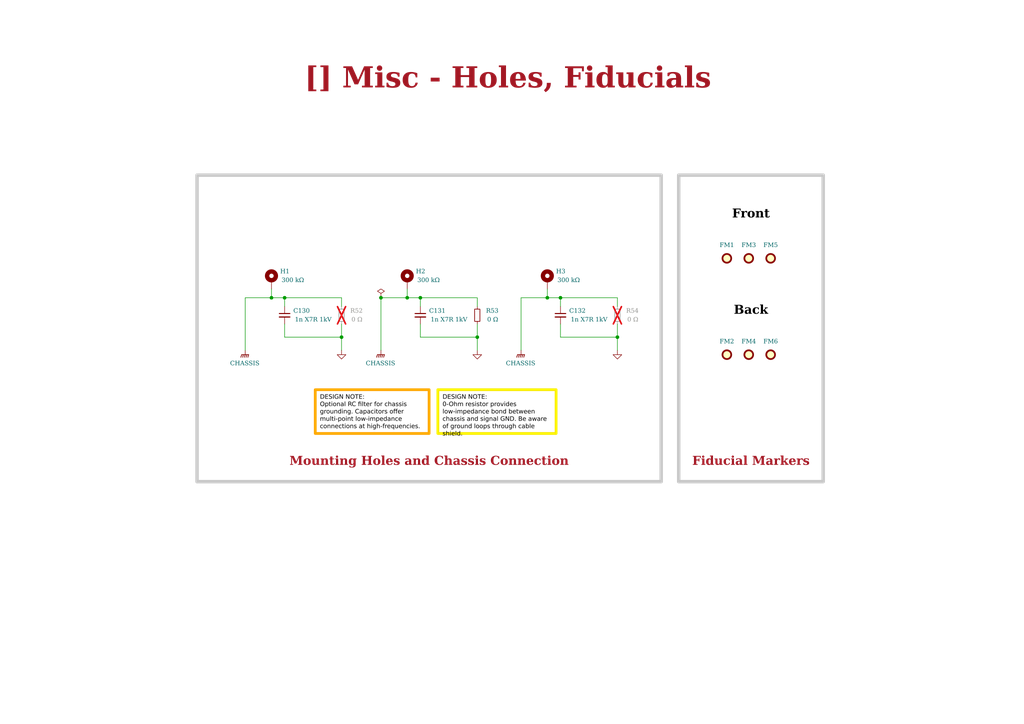
<source format=kicad_sch>
(kicad_sch (version 20231120) (generator "eeschema") (generator_version "8.0")
  (paper "A4")
  (title_block (title "Misc - Holes, Fiducials") (date "2023-10-22") (rev "${REVISION}") (company "${COMPANY}"))
  (lib_symbols
    (symbol "0_power_symbols:CHASSIS" (power) (pin_names (offset 0))
      (property "Value" "CHASSIS" (at 0 -3.302 0))
      (symbol "CHASSIS_0_1"
        (polyline (pts (xy 0 -1.27) (xy 0 0)))
        (polyline (pts (xy -1.016 -1.27) (xy -1.27 -2.032) (xy -1.27 -2.032)) (stroke (width 0.2032)))
        (polyline (pts (xy -0.508 -1.27) (xy -0.762 -2.032) (xy -0.762 -2.032)) (stroke (width 0.2032)))
        (polyline (pts (xy 0 -1.27) (xy -0.254 -2.032) (xy -0.254 -2.032)) (stroke (width 0.2032)))
        (polyline (pts (xy 0.508 -1.27) (xy 0.254 -2.032) (xy 0.254 -2.032)) (stroke (width 0.2032)))
        (polyline (pts (xy 1.016 -1.27) (xy -1.016 -1.27) (xy -1.016 -1.27)) (stroke (width 0.2032)))
        (polyline (pts (xy 1.016 -1.27) (xy 0.762 -2.032) (xy 0.762 -2.032) (xy 0.762 -2.032)) (stroke (width 0.2032)))
      )
      (symbol "CHASSIS_1_1"
        (pin power_in line (at 0 0 270) (length 0) hide (name "CHASSIS") (number "1"))
      )
    )
    (symbol "Device:C_Small" (pin_numbers hide) (pin_names (offset 0.254) hide)
      (property "Reference" "C" (at 0.254 1.778 0))
      (property "Value" "C_Small" (at 0.254 -2.032 0))
      (symbol "C_Small_0_1"
        (polyline (pts (xy -1.524 -0.508) (xy 1.524 -0.508)) (stroke (width 0.3302)))
        (polyline (pts (xy -1.524 0.508) (xy 1.524 0.508)) (stroke (width 0.3048)))
      )
      (symbol "C_Small_1_1"
        (pin passive line (at 0 2.54 270) (length 2.032) (name "~") (number "1"))
        (pin passive line (at 0 -2.54 90) (length 2.032) (name "~") (number "2"))
      )
    )
    (symbol "Device:R_Small" (pin_numbers hide) (pin_names (offset 0.254) hide)
      (property "Reference" "R" (at 0.762 0.508 0))
      (property "Value" "R_Small" (at 0.762 -1.016 0))
      (symbol "R_Small_0_1"
        (rectangle (start -0.762 1.778) (end 0.762 -1.778) (stroke (width 0.2032)))
      )
      (symbol "R_Small_1_1"
        (pin passive line (at 0 2.54 270) (length 0.762) (name "~") (number "1"))
        (pin passive line (at 0 -2.54 90) (length 0.762) (name "~") (number "2"))
      )
    )
    (symbol "Mechanical:Fiducial"
      (property "Reference" "FID" (at 0 5.08 0))
      (property "Value" "Fiducial" (at 0 3.175 0))
      (symbol "Fiducial_0_1"
        (circle (center 0 0) (radius 1.27) (stroke (width 0.508)) (fill (type background)))
      )
    )
    (symbol "Mechanical:MountingHole_Pad" (pin_numbers hide) (pin_names (offset 1.016) hide)
      (property "Reference" "H" (at 0 6.35 0))
      (property "Value" "MountingHole_Pad" (at 0 4.445 0))
      (symbol "MountingHole_Pad_0_1"
        (circle (center 0 1.27) (radius 1.27) (stroke (width 1.27)))
      )
      (symbol "MountingHole_Pad_1_1"
        (pin input line (at 0 -2.54 90) (length 2.54) (name "1") (number "1"))
      )
    )
    (symbol "power:GND" (power) (pin_names (offset 0))
      (property "Value" "GND" (at 0 -3.81 0))
      (symbol "GND_0_1"
        (polyline (pts (xy 0 0) (xy 0 -1.27) (xy 1.27 -1.27) (xy 0 -2.54) (xy -1.27 -1.27) (xy 0 -1.27)))
      )
      (symbol "GND_1_1"
        (pin power_in line (at 0 0 270) (length 0) hide (name "GND") (number "1"))
      )
    )
    (symbol "power:PWR_FLAG" (power) (pin_numbers hide) (pin_names (offset 0) hide)
      (property "Value" "PWR_FLAG" (at 0 3.81 0))
      (symbol "PWR_FLAG_0_0"
        (pin power_out line (at 0 0 90) (length 0) (name "pwr") (number "1"))
      )
      (symbol "PWR_FLAG_0_1"
        (polyline (pts (xy 0 0) (xy 0 1.27) (xy -1.016 1.905) (xy 0 2.54) (xy 1.016 1.905) (xy 0 1.27)))
      )
    )
  )
  (junction (at 110.49 86.36))
  (junction (at 158.75 86.36))
  (junction (at 78.74 86.36))
  (junction (at 138.43 97.79))
  (junction (at 118.11 86.36))
  (junction (at 99.06 97.79))
  (junction (at 82.55 86.36))
  (junction (at 162.56 86.36))
  (junction (at 121.92 86.36))
  (junction (at 179.07 97.79))
  (wire (pts (xy 78.74 86.36) (xy 82.55 86.36)))
  (wire (pts (xy 82.55 97.79) (xy 99.06 97.79)))
  (wire (pts (xy 99.06 97.79) (xy 99.06 93.98)))
  (wire (pts (xy 179.07 97.79) (xy 179.07 101.6)))
  (wire (pts (xy 162.56 86.36) (xy 162.56 88.9)))
  (wire (pts (xy 158.75 83.82) (xy 158.75 86.36)))
  (wire (pts (xy 151.13 86.36) (xy 158.75 86.36)))
  (wire (pts (xy 151.13 101.6) (xy 151.13 86.36)))
  (wire (pts (xy 138.43 86.36) (xy 138.43 88.9)))
  (wire (pts (xy 179.07 86.36) (xy 179.07 88.9)))
  (wire (pts (xy 82.55 93.98) (xy 82.55 97.79)))
  (wire (pts (xy 110.49 86.36) (xy 110.49 101.6)))
  (wire (pts (xy 121.92 86.36) (xy 138.43 86.36)))
  (wire (pts (xy 99.06 86.36) (xy 99.06 88.9)))
  (wire (pts (xy 71.12 86.36) (xy 78.74 86.36)))
  (wire (pts (xy 162.56 97.79) (xy 179.07 97.79)))
  (wire (pts (xy 158.75 86.36) (xy 162.56 86.36)))
  (wire (pts (xy 138.43 97.79) (xy 138.43 93.98)))
  (wire (pts (xy 118.11 86.36) (xy 121.92 86.36)))
  (wire (pts (xy 118.11 83.82) (xy 118.11 86.36)))
  (wire (pts (xy 121.92 93.98) (xy 121.92 97.79)))
  (wire (pts (xy 121.92 97.79) (xy 138.43 97.79)))
  (wire (pts (xy 78.74 83.82) (xy 78.74 86.36)))
  (wire (pts (xy 179.07 97.79) (xy 179.07 93.98)))
  (wire (pts (xy 162.56 86.36) (xy 179.07 86.36)))
  (wire (pts (xy 121.92 86.36) (xy 121.92 88.9)))
  (wire (pts (xy 162.56 93.98) (xy 162.56 97.79)))
  (wire (pts (xy 82.55 86.36) (xy 82.55 88.9)))
  (wire (pts (xy 82.55 86.36) (xy 99.06 86.36)))
  (wire (pts (xy 138.43 97.79) (xy 138.43 101.6)))
  (wire (pts (xy 99.06 97.79) (xy 99.06 101.6)))
  (wire (pts (xy 110.49 86.36) (xy 118.11 86.36)))
  (wire (pts (xy 71.12 101.6) (xy 71.12 86.36)))
  (rectangle (start 57.15 50.8) (end 191.77 139.7) (stroke (width 1) (color 200 200 200 1)))
  (rectangle (start 196.85 50.8) (end 238.76 139.7) (stroke (width 1) (color 200 200 200 1)))
  (text_box "Front" (at 198.12 55.88 0) (size 39.37 9.525) (stroke (width -0.0001)) (effects (font (size 2.54 2.54) (thickness 0.508) (bold yes)) (justify bottom)))
  (text_box "Back" (at 198.12 83.82 0) (size 39.37 9.525) (stroke (width -0.0001)) (effects (font (size 2.54 2.54) (thickness 0.508) (bold yes)) (justify bottom)))
  (text_box "DESIGN NOTE:\n0-Ohm resistor provides low-impedance bond between chassis and signal GND. Be aware of ground loops through cable shield." (at 127 113.03 0) (size 34.29 12.7) (stroke (width 0.8) (color 250 236 0 1)) (effects (font (size 1.27 1.27)) (justify left top)))
  (text_box "[${#}] ${TITLE}" (at 78.74 16.51 0) (size 137.16 12.7) (stroke (width -0.0001)) (effects (font (size 6 6) (thickness 1.2) (bold yes))))
  (text_box "Fiducial Markers" (at 198.12 128.27 0) (size 39.37 8.89) (stroke (width -0.0001)) (effects (font (size 2.54 2.54) (thickness 0.508) (bold yes)) (justify bottom)))
  (text_box "Mounting Holes and Chassis Connection" (at 58.42 128.27 0) (size 132.08 8.89) (stroke (width -0.0001)) (effects (font (size 2.54 2.54) (thickness 0.508) (bold yes)) (justify bottom)))
  (text_box "DESIGN NOTE:\nOptional RC filter for chassis grounding. Capacitors offer multi-point low-impedance connections at high-frequencies." (at 91.44 113.03 0) (size 33.02 12.7) (stroke (width 0.8) (color 255 165 0 1)) (effects (font (size 1.27 1.27)) (justify left top)))
  (symbol (lib_id "power:GND") (at 99.06 101.6 0) (unit 1)
    (property "Reference" "#PWR091" (effects (hide yes)))
    (property "Value" "GND" (effects (hide yes)))
  )
  (symbol (lib_id "Device:C_Small") (at 82.55 91.44 0) (unit 1)
    (property "Reference" "C130" (at 85.09 90.1763 0) (effects (justify left)))
    (property "Value" "1n X7R 1kV" (at 85.09 92.7163 0) (effects (justify left)))
    (property "Footprint" "0_capacitor_smd:C_0603_1608_DensityHigh" (effects (hide yes)))
    (property "Datasheet" "https://connect.kemet.com:7667/gateway/IntelliData-ComponentDocumentation/1.0/download/specsheet/C0603V102KDRAC7867" (effects (hide yes)))
    (property "Description" "1000 pF ±10% 1000V (1kV) Ceramic Capacitor X7R 0603 (1608 Metric)" (effects (hide yes)))
    (property "Supplier 1" "Digikey" (effects (hide yes)))
    (property "Supplier Part Number 1" "399-12306-1-ND" (effects (hide yes)))
    (property "manf" "KEMET" (effects (hide yes)))
    (property "manf#" "C0603V102KDRAC7867" (effects (hide yes)))
    (property "Manufacturer" "KEMET" (effects (hide yes)))
    (property "Manufacturer Part Number" "C0603V102KDRAC7867" (effects (hide yes)))
  )
  (symbol (lib_id "Mechanical:Fiducial") (at 210.82 102.87 0) (unit 1) (in_bom no)
    (property "Reference" "FM2" (at 210.82 99.06 0))
    (property "Value" "Fiducial" (effects (hide yes)))
    (property "Footprint" "0_fiducials:Fiducial_1mm_Mask2mm" (effects (hide yes)))
  )
  (symbol (lib_id "Mechanical:Fiducial") (at 223.52 74.93 0) (unit 1) (in_bom no)
    (property "Reference" "FM5" (at 223.52 71.12 0))
    (property "Value" "Fiducial" (effects (hide yes)))
    (property "Footprint" "0_fiducials:Fiducial_1mm_Mask2mm" (effects (hide yes)))
  )
  (symbol (lib_id "Device:R_Small") (at 179.07 91.44 0) (unit 1) (in_bom no) (dnp yes)
    (property "Reference" "R54" (at 181.61 90.17 0) (effects (justify left)))
    (property "Value" "0 Ω" (at 181.61 92.71 0) (effects (justify left)))
    (property "Footprint" "0_resistor_smd:R_0603_1608_DensityHigh" (effects (hide yes)))
    (property "Datasheet" "https://www.vishay.com/docs/20043/crcwhpe3.pdf" (effects (hide yes)))
    (property "Description" "0 Ohms Jumper Chip Resistor 0603 (1608 Metric) Automotive AEC-Q200, Pulse Withstanding Thick Film" (effects (hide yes)))
    (property "Supplier 1" "Digikey" (effects (hide yes)))
    (property "Supplier Part Number 1" "541-0.0SBCT-ND" (effects (hide yes)))
    (property "manf" "Vishay" (effects (hide yes)))
    (property "manf#" "CRCW06030000Z0EAHP" (effects (hide yes)))
    (property "Manufacturer" "Vishay" (effects (hide yes)))
    (property "Manufacturer Part Number" "CRCW06030000Z0EAHP" (effects (hide yes)))
  )
  (symbol (lib_id "Mechanical:MountingHole_Pad") (at 78.74 81.28 0) (unit 1) (in_bom no)
    (property "Reference" "H1" (at 81.28 78.74 0) (effects (justify left)))
    (property "Value" "300 kΩ" (at 81.28 81.28 0) (effects (justify left)))
    (property "Footprint" "0_pad:MountingHole_3.2mm_M3_Pad_Via" (effects (hide yes)))
  )
  (symbol (lib_id "power:PWR_FLAG") (at 110.49 86.36 0) (unit 1)
    (property "Reference" "#FLG011" (effects (hide yes)))
    (property "Value" "PWR_FLAG" (effects (hide yes)))
    (instances (project "pcb2blender_tmp" (path "" (reference "#FLG01") (unit 1)) (path "" (reference "#FLG011") (unit 1))))
  )
  (symbol (lib_id "0_power_symbols:CHASSIS") (at 71.12 101.6 0) (unit 1)
    (property "Reference" "#PWR090" (effects (hide yes)))
    (property "Value" "CHASSIS" (at 70.993 105.41 0))
  )
  (symbol (lib_id "0_power_symbols:CHASSIS") (at 110.49 101.6 0) (unit 1)
    (property "Reference" "#PWR092" (effects (hide yes)))
    (property "Value" "CHASSIS" (at 110.363 105.41 0))
  )
  (symbol (lib_id "Device:C_Small") (at 162.56 91.44 0) (unit 1)
    (property "Reference" "C132" (at 165.1 90.1763 0) (effects (justify left)))
    (property "Value" "1n X7R 1kV" (at 165.1 92.7163 0) (effects (justify left)))
    (property "Footprint" "0_capacitor_smd:C_0603_1608_DensityHigh" (effects (hide yes)))
    (property "Datasheet" "https://connect.kemet.com:7667/gateway/IntelliData-ComponentDocumentation/1.0/download/specsheet/C0603V102KDRAC7867" (effects (hide yes)))
    (property "Description" "1000 pF ±10% 1000V (1kV) Ceramic Capacitor X7R 0603 (1608 Metric)" (effects (hide yes)))
    (property "Supplier 1" "Digikey" (effects (hide yes)))
    (property "Supplier Part Number 1" "399-12306-1-ND" (effects (hide yes)))
    (property "manf" "KEMET" (effects (hide yes)))
    (property "manf#" "C0603V102KDRAC7867" (effects (hide yes)))
    (property "Manufacturer" "KEMET" (effects (hide yes)))
    (property "Manufacturer Part Number" "C0603V102KDRAC7867" (effects (hide yes)))
  )
  (symbol (lib_id "Mechanical:Fiducial") (at 217.17 74.93 0) (unit 1) (in_bom no)
    (property "Reference" "FM3" (at 217.17 71.12 0))
    (property "Value" "Fiducial" (effects (hide yes)))
    (property "Footprint" "0_fiducials:Fiducial_1mm_Mask2mm" (effects (hide yes)))
  )
  (symbol (lib_id "0_power_symbols:CHASSIS") (at 151.13 101.6 0) (unit 1)
    (property "Reference" "#PWR094" (effects (hide yes)))
    (property "Value" "CHASSIS" (at 151.003 105.41 0))
  )
  (symbol (lib_id "power:GND") (at 179.07 101.6 0) (unit 1)
    (property "Reference" "#PWR095" (effects (hide yes)))
    (property "Value" "GND" (effects (hide yes)))
  )
  (symbol (lib_id "Device:R_Small") (at 138.43 91.44 0) (unit 1)
    (property "Reference" "R53" (at 140.97 90.17 0) (effects (justify left)))
    (property "Value" "0 Ω" (at 140.97 92.71 0) (effects (justify left)))
    (property "Footprint" "0_resistor_smd:R_0603_1608_DensityHigh" (effects (hide yes)))
    (property "Datasheet" "https://www.vishay.com/docs/20043/crcwhpe3.pdf" (effects (hide yes)))
    (property "Description" "0 Ohms Jumper Chip Resistor 0603 (1608 Metric) Automotive AEC-Q200, Pulse Withstanding Thick Film" (effects (hide yes)))
    (property "Supplier 1" "Digikey" (effects (hide yes)))
    (property "Supplier Part Number 1" "541-0.0SBCT-ND" (effects (hide yes)))
    (property "manf" "Vishay" (effects (hide yes)))
    (property "manf#" "CRCW06030000Z0EAHP" (effects (hide yes)))
    (property "Manufacturer" "Vishay" (effects (hide yes)))
    (property "Manufacturer Part Number" "CRCW06030000Z0EAHP" (effects (hide yes)))
  )
  (symbol (lib_id "Device:R_Small") (at 99.06 91.44 0) (unit 1) (in_bom no) (dnp yes)
    (property "Reference" "R52" (at 101.6 90.17 0) (effects (justify left)))
    (property "Value" "0 Ω" (at 101.6 92.71 0) (effects (justify left)))
    (property "Footprint" "0_resistor_smd:R_0603_1608_DensityHigh" (effects (hide yes)))
    (property "Datasheet" "https://www.vishay.com/docs/20043/crcwhpe3.pdf" (effects (hide yes)))
    (property "Description" "0 Ohms Jumper Chip Resistor 0603 (1608 Metric) Automotive AEC-Q200, Pulse Withstanding Thick Film" (effects (hide yes)))
    (property "Supplier 1" "Digikey" (effects (hide yes)))
    (property "Supplier Part Number 1" "541-0.0SBCT-ND" (effects (hide yes)))
    (property "manf" "Vishay" (effects (hide yes)))
    (property "manf#" "CRCW06030000Z0EAHP" (effects (hide yes)))
    (property "Manufacturer" "Vishay" (effects (hide yes)))
    (property "Manufacturer Part Number" "CRCW06030000Z0EAHP" (effects (hide yes)))
  )
  (symbol (lib_id "Device:C_Small") (at 121.92 91.44 0) (unit 1)
    (property "Reference" "C131" (at 124.46 90.1763 0) (effects (justify left)))
    (property "Value" "1n X7R 1kV" (at 124.46 92.7163 0) (effects (justify left)))
    (property "Footprint" "0_capacitor_smd:C_0603_1608_DensityHigh" (effects (hide yes)))
    (property "Datasheet" "https://connect.kemet.com:7667/gateway/IntelliData-ComponentDocumentation/1.0/download/specsheet/C0603V102KDRAC7867" (effects (hide yes)))
    (property "Description" "1000 pF ±10% 1000V (1kV) Ceramic Capacitor X7R 0603 (1608 Metric)" (effects (hide yes)))
    (property "Supplier 1" "Digikey" (effects (hide yes)))
    (property "Supplier Part Number 1" "399-12306-1-ND" (effects (hide yes)))
    (property "manf" "KEMET" (effects (hide yes)))
    (property "manf#" "C0603V102KDRAC7867" (effects (hide yes)))
    (property "Manufacturer" "KEMET" (effects (hide yes)))
    (property "Manufacturer Part Number" "C0603V102KDRAC7867" (effects (hide yes)))
  )
  (symbol (lib_id "power:GND") (at 138.43 101.6 0) (unit 1)
    (property "Reference" "#PWR093" (effects (hide yes)))
    (property "Value" "GND" (effects (hide yes)))
  )
  (symbol (lib_id "Mechanical:MountingHole_Pad") (at 118.11 81.28 0) (unit 1) (in_bom no)
    (property "Reference" "H2" (at 120.65 78.74 0) (effects (justify left)))
    (property "Value" "300 kΩ" (at 120.65 81.28 0) (effects (justify left)))
    (property "Footprint" "0_pad:MountingHole_3.2mm_M3_Pad_Via" (effects (hide yes)))
  )
  (symbol (lib_id "Mechanical:Fiducial") (at 210.82 74.93 0) (unit 1) (in_bom no)
    (property "Reference" "FM1" (at 210.82 71.12 0))
    (property "Value" "Fiducial" (effects (hide yes)))
    (property "Footprint" "0_fiducials:Fiducial_1mm_Mask2mm" (effects (hide yes)))
  )
  (symbol (lib_id "Mechanical:Fiducial") (at 217.17 102.87 0) (unit 1) (in_bom no)
    (property "Reference" "FM4" (at 217.17 99.06 0))
    (property "Value" "Fiducial" (effects (hide yes)))
    (property "Footprint" "0_fiducials:Fiducial_1mm_Mask2mm" (effects (hide yes)))
  )
  (symbol (lib_id "Mechanical:MountingHole_Pad") (at 158.75 81.28 0) (unit 1) (in_bom no)
    (property "Reference" "H3" (at 161.29 78.74 0) (effects (justify left)))
    (property "Value" "300 kΩ" (at 161.29 81.28 0) (effects (justify left)))
    (property "Footprint" "0_pad:MountingHole_3.2mm_M3_Pad_Via" (effects (hide yes)))
  )
  (symbol (lib_id "Mechanical:Fiducial") (at 223.52 102.87 0) (unit 1) (in_bom no)
    (property "Reference" "FM6" (at 223.52 99.06 0))
    (property "Value" "Fiducial" (effects (hide yes)))
    (property "Footprint" "0_fiducials:Fiducial_1mm_Mask2mm" (effects (hide yes)))
  )
)
</source>
